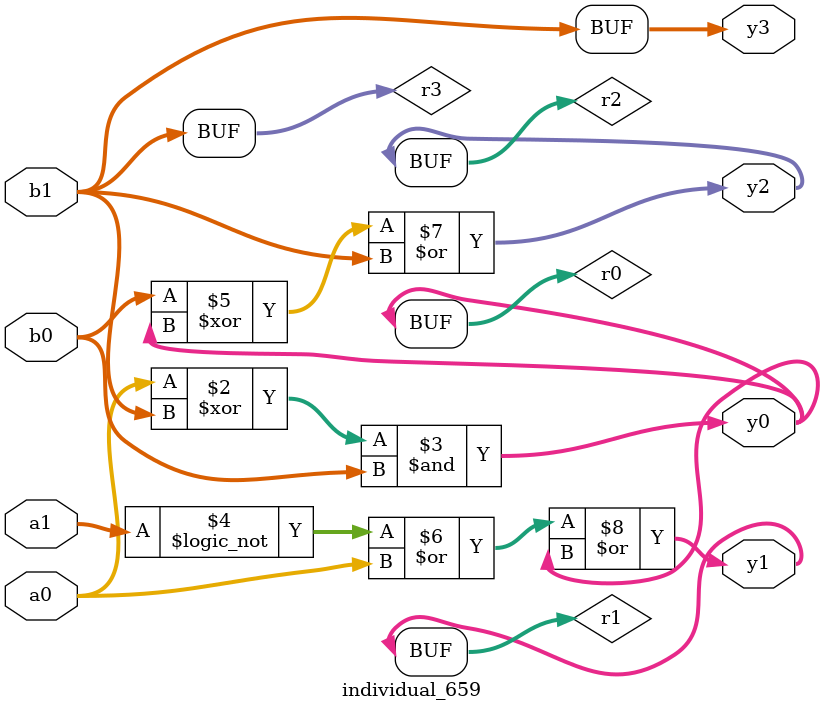
<source format=sv>
module individual_659(input logic [15:0] a1, input logic [15:0] a0, input logic [15:0] b1, input logic [15:0] b0, output logic [15:0] y3, output logic [15:0] y2, output logic [15:0] y1, output logic [15:0] y0);
logic [15:0] r0, r1, r2, r3; 
 always@(*) begin 
	 r0 = a0; r1 = a1; r2 = b0; r3 = b1; 
 	 r0  ^=  b1 ;
 	 r0  &=  b0 ;
 	 r1 = ! a1 ;
 	 r2  ^=  r0 ;
 	 r1  |=  a0 ;
 	 r2  |=  r3 ;
 	 r1  |=  r0 ;
 	 y3 = r3; y2 = r2; y1 = r1; y0 = r0; 
end
endmodule
</source>
